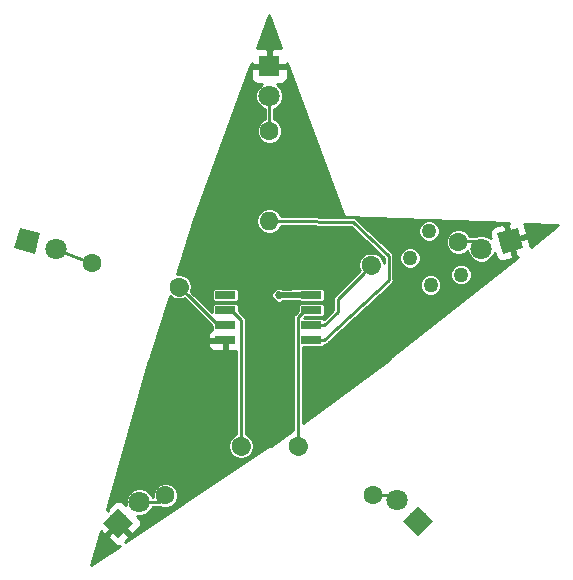
<source format=gbr>
G04 #@! TF.GenerationSoftware,KiCad,Pcbnew,5.0.0-4.fc30*
G04 #@! TF.CreationDate,2018-09-24T02:25:55-07:00*
G04 #@! TF.ProjectId,star,737461722E6B696361645F7063620000,rev?*
G04 #@! TF.SameCoordinates,Original*
G04 #@! TF.FileFunction,Copper,L1,Top,Signal*
G04 #@! TF.FilePolarity,Positive*
%FSLAX46Y46*%
G04 Gerber Fmt 4.6, Leading zero omitted, Abs format (unit mm)*
G04 Created by KiCad (PCBNEW 5.0.0-4.fc30) date Mon Sep 24 02:25:55 2018*
%MOMM*%
%LPD*%
G01*
G04 APERTURE LIST*
G04 #@! TA.AperFunction,ComponentPad*
%ADD10C,1.600000*%
G04 #@! TD*
G04 #@! TA.AperFunction,Conductor*
%ADD11C,1.600000*%
G04 #@! TD*
G04 #@! TA.AperFunction,ComponentPad*
%ADD12C,1.270000*%
G04 #@! TD*
G04 #@! TA.AperFunction,ComponentPad*
%ADD13R,1.800000X1.800000*%
G04 #@! TD*
G04 #@! TA.AperFunction,ComponentPad*
%ADD14C,1.800000*%
G04 #@! TD*
G04 #@! TA.AperFunction,Conductor*
%ADD15C,0.100000*%
G04 #@! TD*
G04 #@! TA.AperFunction,ComponentPad*
%ADD16O,1.600000X1.600000*%
G04 #@! TD*
G04 #@! TA.AperFunction,SMDPad,CuDef*
%ADD17R,1.700000X0.650000*%
G04 #@! TD*
G04 #@! TA.AperFunction,ViaPad*
%ADD18C,0.685800*%
G04 #@! TD*
G04 #@! TA.AperFunction,Conductor*
%ADD19C,0.508000*%
G04 #@! TD*
G04 #@! TA.AperFunction,Conductor*
%ADD20C,0.254000*%
G04 #@! TD*
G04 APERTURE END LIST*
D10*
G04 #@! TO.P,R2,1*
G04 #@! TO.N,Net-(D2-Pad2)*
X134300000Y-74000000D03*
G04 #@! TO.P,R2,2*
G04 #@! TO.N,/LED2*
X126939645Y-75972201D03*
D11*
G04 #@! TD*
G04 #@! TO.N,/LED2*
G04 #@! TO.C,R2*
X126939645Y-75972201D02*
X126939645Y-75972201D01*
D12*
G04 #@! TO.P,,2*
G04 #@! TO.N,N/C*
X131828237Y-73050887D03*
G04 #@! TD*
G04 #@! TO.P,,1*
G04 #@! TO.N,N/C*
X130193449Y-75352653D03*
G04 #@! TD*
G04 #@! TO.P,,4*
G04 #@! TO.N,N/C*
X134540922Y-76761367D03*
G04 #@! TD*
G04 #@! TO.P,,5*
G04 #@! TO.N,N/C*
X131945173Y-77646239D03*
G04 #@! TD*
D13*
G04 #@! TO.P,D1,1*
G04 #@! TO.N,GND*
X118300000Y-59100000D03*
D14*
G04 #@! TO.P,D1,2*
G04 #@! TO.N,Net-(D1-Pad2)*
X118300000Y-61640000D03*
G04 #@! TD*
G04 #@! TO.P,D2,2*
G04 #@! TO.N,Net-(D2-Pad2)*
X136246548Y-74557400D03*
G04 #@! TO.P,D2,1*
G04 #@! TO.N,GND*
X138700000Y-73900000D03*
D15*
G04 #@! TD*
G04 #@! TO.N,GND*
G04 #@! TO.C,D2*
G36*
X139336396Y-72797730D02*
X139802270Y-74536396D01*
X138063604Y-75002270D01*
X137597730Y-73263604D01*
X139336396Y-72797730D01*
X139336396Y-72797730D01*
G37*
D14*
G04 #@! TO.P,D3,1*
G04 #@! TO.N,GND*
X130900000Y-97600000D03*
D15*
G04 #@! TD*
G04 #@! TO.N,GND*
G04 #@! TO.C,D3*
G36*
X132172792Y-97600000D02*
X130900000Y-98872792D01*
X129627208Y-97600000D01*
X130900000Y-96327208D01*
X132172792Y-97600000D01*
X132172792Y-97600000D01*
G37*
D14*
G04 #@! TO.P,D3,2*
G04 #@! TO.N,Net-(D3-Pad2)*
X129103949Y-95803949D03*
G04 #@! TD*
G04 #@! TO.P,D4,2*
G04 #@! TO.N,Net-(D4-Pad2)*
X107300000Y-96000000D03*
G04 #@! TO.P,D4,1*
G04 #@! TO.N,GND*
X105503949Y-97796051D03*
D15*
G04 #@! TD*
G04 #@! TO.N,GND*
G04 #@! TO.C,D4*
G36*
X105503949Y-99068843D02*
X104231157Y-97796051D01*
X105503949Y-96523259D01*
X106776741Y-97796051D01*
X105503949Y-99068843D01*
X105503949Y-99068843D01*
G37*
D14*
G04 #@! TO.P,D5,1*
G04 #@! TO.N,GND*
X97800000Y-73900000D03*
D15*
G04 #@! TD*
G04 #@! TO.N,GND*
G04 #@! TO.C,D5*
G36*
X96697730Y-74536396D02*
X97163604Y-72797730D01*
X98902270Y-73263604D01*
X98436396Y-75002270D01*
X96697730Y-74536396D01*
X96697730Y-74536396D01*
G37*
D14*
G04 #@! TO.P,D5,2*
G04 #@! TO.N,Net-(D5-Pad2)*
X100253452Y-74557400D03*
G04 #@! TD*
D10*
G04 #@! TO.P,R1,1*
G04 #@! TO.N,Net-(D1-Pad2)*
X118300000Y-64600000D03*
D16*
G04 #@! TO.P,R1,2*
G04 #@! TO.N,/LED1*
X118300000Y-72220000D03*
G04 #@! TD*
D17*
G04 #@! TO.P,U1,1*
G04 #@! TO.N,/NC*
X114550000Y-78495000D03*
G04 #@! TO.P,U1,2*
G04 #@! TO.N,/LED4*
X114550000Y-79765000D03*
G04 #@! TO.P,U1,3*
G04 #@! TO.N,/LED5*
X114550000Y-81035000D03*
G04 #@! TO.P,U1,4*
G04 #@! TO.N,GND*
X114550000Y-82305000D03*
G04 #@! TO.P,U1,5*
G04 #@! TO.N,/LED1*
X121850000Y-82305000D03*
G04 #@! TO.P,U1,6*
G04 #@! TO.N,/LED2*
X121850000Y-81035000D03*
G04 #@! TO.P,U1,7*
G04 #@! TO.N,/LED3*
X121850000Y-79765000D03*
G04 #@! TO.P,U1,8*
G04 #@! TO.N,/VCC*
X121850000Y-78495000D03*
G04 #@! TD*
D10*
G04 #@! TO.P,R3,2*
G04 #@! TO.N,/LED3*
X120709331Y-91299850D03*
D11*
G04 #@! TD*
G04 #@! TO.N,/LED3*
G04 #@! TO.C,R3*
X120709331Y-91299850D02*
X120709331Y-91299850D01*
D10*
G04 #@! TO.P,R3,1*
G04 #@! TO.N,Net-(D3-Pad2)*
X127100000Y-95450000D03*
G04 #@! TD*
G04 #@! TO.P,R4,1*
G04 #@! TO.N,Net-(D4-Pad2)*
X109500000Y-95450000D03*
G04 #@! TO.P,R4,2*
G04 #@! TO.N,/LED4*
X115890670Y-91299851D03*
D11*
G04 #@! TD*
G04 #@! TO.N,/LED4*
G04 #@! TO.C,R4*
X115890670Y-91299851D02*
X115890670Y-91299851D01*
D10*
G04 #@! TO.P,R5,2*
G04 #@! TO.N,/LED5*
X110660355Y-77772201D03*
D11*
G04 #@! TD*
G04 #@! TO.N,/LED5*
G04 #@! TO.C,R5*
X110660355Y-77772201D02*
X110660355Y-77772201D01*
D10*
G04 #@! TO.P,R5,1*
G04 #@! TO.N,Net-(D5-Pad2)*
X103300000Y-75800000D03*
G04 #@! TD*
D18*
G04 #@! TO.N,GND*
X132550000Y-75200000D03*
X118300000Y-68150000D03*
X112800000Y-93350000D03*
G04 #@! TO.N,/VCC*
X119100000Y-78500000D03*
G04 #@! TD*
D19*
G04 #@! TO.N,/VCC*
X121650000Y-78450000D02*
X121850000Y-78495000D01*
X119100000Y-78500000D02*
X121650000Y-78450000D01*
D20*
G04 #@! TO.N,Net-(D1-Pad2)*
X118300000Y-63468630D02*
X118300000Y-61440000D01*
X118300000Y-64600000D02*
X118300000Y-63468630D01*
G04 #@! TO.N,Net-(D2-Pad2)*
X135589148Y-73900000D02*
X136246548Y-74557400D01*
X134300000Y-73900000D02*
X135589148Y-73900000D01*
G04 #@! TO.N,Net-(D3-Pad2)*
X128750000Y-95450000D02*
X129103949Y-95803949D01*
X127100000Y-95450000D02*
X128750000Y-95450000D01*
G04 #@! TO.N,Net-(D4-Pad2)*
X108950000Y-96000000D02*
X109500000Y-95450000D01*
X107300000Y-96000000D02*
X108950000Y-96000000D01*
G04 #@! TO.N,Net-(D5-Pad2)*
X101700000Y-75200000D02*
X99853452Y-74457400D01*
X103300000Y-75800000D02*
X101700000Y-75200000D01*
G04 #@! TO.N,/LED1*
X125400000Y-72300000D02*
X119431370Y-72220000D01*
X128400000Y-75150000D02*
X125400000Y-72300000D01*
X128400000Y-77200000D02*
X128400000Y-75150000D01*
X121850000Y-82305000D02*
X122954000Y-82305000D01*
X119431370Y-72220000D02*
X118300000Y-72220000D01*
X122954000Y-82305000D02*
X128400000Y-77200000D01*
G04 #@! TO.N,/LED2*
X121850000Y-81035000D02*
X122375000Y-81035000D01*
X126139646Y-76772200D02*
X126939645Y-75972201D01*
X124077699Y-78834147D02*
X126139646Y-76772200D01*
X124077699Y-79911301D02*
X124077699Y-78834147D01*
X122954000Y-81035000D02*
X124077699Y-79911301D01*
X121850000Y-81035000D02*
X122954000Y-81035000D01*
G04 #@! TO.N,/LED3*
X121325000Y-79765000D02*
X121850000Y-79765000D01*
X120709331Y-91299850D02*
X120709331Y-80380669D01*
X120709331Y-80380669D02*
X121325000Y-79765000D01*
G04 #@! TO.N,/LED4*
X115075000Y-79765000D02*
X114550000Y-79765000D01*
X115890670Y-80580670D02*
X115075000Y-79765000D01*
X115890670Y-91299851D02*
X115890670Y-80580670D01*
G04 #@! TO.N,/LED5*
X113923154Y-81035000D02*
X111460354Y-78572200D01*
X111460354Y-78572200D02*
X110660355Y-77772201D01*
X114550000Y-81035000D02*
X113923154Y-81035000D01*
G04 #@! TD*
G04 #@! TO.N,GND*
G36*
X119315360Y-57565000D02*
X118585750Y-57565000D01*
X118427000Y-57723750D01*
X118427000Y-58973000D01*
X119676250Y-58973000D01*
X119792272Y-58856978D01*
X124514925Y-71650888D01*
X124519309Y-71678431D01*
X124547160Y-71723801D01*
X124576847Y-71772225D01*
X124576917Y-71772276D01*
X124576959Y-71772344D01*
X124620660Y-71804044D01*
X124666011Y-71836980D01*
X124666092Y-71836999D01*
X124666160Y-71837049D01*
X124718875Y-71849662D01*
X124773168Y-71862686D01*
X124800723Y-71858316D01*
X138552906Y-72388068D01*
X138466473Y-72537775D01*
X138789803Y-73744457D01*
X139996485Y-73421128D01*
X140108739Y-73226699D01*
X139982450Y-72755385D01*
X139917068Y-72511373D01*
X139861121Y-72438462D01*
X142756405Y-72549992D01*
X140420937Y-74391838D01*
X140382942Y-74250041D01*
X140256654Y-73778726D01*
X140062225Y-73666473D01*
X138855543Y-73989803D01*
X139178872Y-75196485D01*
X139306908Y-75270407D01*
X128647129Y-83677147D01*
X128622286Y-83689829D01*
X128587604Y-83730501D01*
X128550863Y-83773535D01*
X128550836Y-83773618D01*
X128550784Y-83773679D01*
X128533891Y-83825802D01*
X128517371Y-83876680D01*
X121115731Y-89321156D01*
X121115731Y-82914873D01*
X122700000Y-82914873D01*
X122809016Y-82893188D01*
X122901436Y-82831436D01*
X122963188Y-82739016D01*
X122968044Y-82714604D01*
X122987400Y-82711400D01*
X122994023Y-82711400D01*
X123026859Y-82704869D01*
X123100120Y-82692742D01*
X123105895Y-82689148D01*
X123112569Y-82687820D01*
X123174334Y-82646550D01*
X123202735Y-82628872D01*
X123207563Y-82624346D01*
X123246997Y-82597997D01*
X123265980Y-82569587D01*
X128653569Y-77519342D01*
X128692997Y-77492997D01*
X128712135Y-77464354D01*
X131030773Y-77464354D01*
X131030773Y-77828124D01*
X131169982Y-78164205D01*
X131427207Y-78421430D01*
X131763288Y-78560639D01*
X132127058Y-78560639D01*
X132463139Y-78421430D01*
X132720364Y-78164205D01*
X132859573Y-77828124D01*
X132859573Y-77464354D01*
X132720364Y-77128273D01*
X132463139Y-76871048D01*
X132127058Y-76731839D01*
X131763288Y-76731839D01*
X131427207Y-76871048D01*
X131169982Y-77128273D01*
X131030773Y-77464354D01*
X128712135Y-77464354D01*
X128734257Y-77431248D01*
X128777497Y-77370853D01*
X128779039Y-77364228D01*
X128782820Y-77358569D01*
X128797314Y-77285700D01*
X128814144Y-77213385D01*
X128806400Y-77166600D01*
X128806400Y-76579482D01*
X133626522Y-76579482D01*
X133626522Y-76943252D01*
X133765731Y-77279333D01*
X134022956Y-77536558D01*
X134359037Y-77675767D01*
X134722807Y-77675767D01*
X135058888Y-77536558D01*
X135316113Y-77279333D01*
X135455322Y-76943252D01*
X135455322Y-76579482D01*
X135316113Y-76243401D01*
X135058888Y-75986176D01*
X134722807Y-75846967D01*
X134359037Y-75846967D01*
X134022956Y-75986176D01*
X133765731Y-76243401D01*
X133626522Y-76579482D01*
X128806400Y-76579482D01*
X128806400Y-75184760D01*
X128808811Y-75170768D01*
X129279049Y-75170768D01*
X129279049Y-75534538D01*
X129418258Y-75870619D01*
X129675483Y-76127844D01*
X130011564Y-76267053D01*
X130375334Y-76267053D01*
X130711415Y-76127844D01*
X130968640Y-75870619D01*
X131107849Y-75534538D01*
X131107849Y-75170768D01*
X130968640Y-74834687D01*
X130711415Y-74577462D01*
X130375334Y-74438253D01*
X130011564Y-74438253D01*
X129675483Y-74577462D01*
X129418258Y-74834687D01*
X129279049Y-75170768D01*
X128808811Y-75170768D01*
X128814223Y-75139378D01*
X128797582Y-75065646D01*
X128782820Y-74991431D01*
X128779818Y-74986939D01*
X128778629Y-74981669D01*
X128735001Y-74919865D01*
X128692997Y-74857003D01*
X128654704Y-74831416D01*
X126589004Y-72869002D01*
X130913837Y-72869002D01*
X130913837Y-73232772D01*
X131053046Y-73568853D01*
X131310271Y-73826078D01*
X131646352Y-73965287D01*
X132010122Y-73965287D01*
X132346203Y-73826078D01*
X132386987Y-73785294D01*
X133220600Y-73785294D01*
X133220600Y-74214706D01*
X133384929Y-74611431D01*
X133688569Y-74915071D01*
X134085294Y-75079400D01*
X134514706Y-75079400D01*
X134911431Y-74915071D01*
X135067148Y-74759354D01*
X135067148Y-74791997D01*
X135246701Y-75225477D01*
X135578471Y-75557247D01*
X136011951Y-75736800D01*
X136481145Y-75736800D01*
X136914625Y-75557247D01*
X137246395Y-75225477D01*
X137379748Y-74903535D01*
X137417550Y-75044615D01*
X137482932Y-75288627D01*
X137636717Y-75489042D01*
X137855492Y-75615351D01*
X138105949Y-75648324D01*
X138821274Y-75456654D01*
X138933527Y-75262225D01*
X138610197Y-74055543D01*
X138590879Y-74060719D01*
X138525138Y-73815373D01*
X138544457Y-73810197D01*
X138221128Y-72603515D01*
X138026699Y-72491261D01*
X137311374Y-72682932D01*
X137110959Y-72836717D01*
X136984649Y-73055491D01*
X136951675Y-73305948D01*
X137017058Y-73549959D01*
X137057330Y-73700258D01*
X136914625Y-73557553D01*
X136481145Y-73378000D01*
X136011951Y-73378000D01*
X135699226Y-73507535D01*
X135629171Y-73493600D01*
X135629166Y-73493600D01*
X135589148Y-73485640D01*
X135549130Y-73493600D01*
X135258576Y-73493600D01*
X135215071Y-73388569D01*
X134911431Y-73084929D01*
X134514706Y-72920600D01*
X134085294Y-72920600D01*
X133688569Y-73084929D01*
X133384929Y-73388569D01*
X133220600Y-73785294D01*
X132386987Y-73785294D01*
X132603428Y-73568853D01*
X132742637Y-73232772D01*
X132742637Y-72869002D01*
X132603428Y-72532921D01*
X132346203Y-72275696D01*
X132010122Y-72136487D01*
X131646352Y-72136487D01*
X131310271Y-72275696D01*
X131053046Y-72532921D01*
X130913837Y-72869002D01*
X126589004Y-72869002D01*
X125714740Y-72038452D01*
X125696897Y-72010957D01*
X125656692Y-71983306D01*
X125650891Y-71977795D01*
X125623745Y-71960647D01*
X125563685Y-71919340D01*
X125555649Y-71917629D01*
X125548704Y-71913242D01*
X125476869Y-71900858D01*
X125445465Y-71894173D01*
X125437467Y-71894066D01*
X125389379Y-71885776D01*
X125357405Y-71892993D01*
X119474093Y-71814137D01*
X119471393Y-71813600D01*
X119434028Y-71813600D01*
X119396798Y-71813101D01*
X119394101Y-71813600D01*
X119319708Y-71813600D01*
X119316772Y-71798839D01*
X119078204Y-71441796D01*
X118721161Y-71203228D01*
X118406308Y-71140600D01*
X118193692Y-71140600D01*
X117878839Y-71203228D01*
X117521796Y-71441796D01*
X117283228Y-71798839D01*
X117199454Y-72220000D01*
X117283228Y-72641161D01*
X117521796Y-72998204D01*
X117878839Y-73236772D01*
X118193692Y-73299400D01*
X118406308Y-73299400D01*
X118721161Y-73236772D01*
X119078204Y-72998204D01*
X119316772Y-72641161D01*
X119319708Y-72626400D01*
X119428655Y-72626400D01*
X125235452Y-72704230D01*
X127993601Y-75324473D01*
X127993601Y-75737975D01*
X127956417Y-75551040D01*
X127717849Y-75193997D01*
X127360806Y-74955429D01*
X127045953Y-74892801D01*
X126833337Y-74892801D01*
X126518484Y-74955429D01*
X126161441Y-75193997D01*
X125922873Y-75551040D01*
X125839099Y-75972201D01*
X125922873Y-76393362D01*
X125931235Y-76405876D01*
X125880581Y-76456530D01*
X125880578Y-76456532D01*
X123818632Y-78518479D01*
X123784703Y-78541150D01*
X123762032Y-78575079D01*
X123762031Y-78575080D01*
X123694880Y-78675578D01*
X123663339Y-78834147D01*
X123671300Y-78874170D01*
X123671299Y-79742965D01*
X122903144Y-80511121D01*
X122901436Y-80508564D01*
X122809016Y-80446812D01*
X122700000Y-80425127D01*
X121239608Y-80425127D01*
X121289862Y-80374873D01*
X122700000Y-80374873D01*
X122809016Y-80353188D01*
X122901436Y-80291436D01*
X122963188Y-80199016D01*
X122984873Y-80090000D01*
X122984873Y-79440000D01*
X122963188Y-79330984D01*
X122901436Y-79238564D01*
X122809016Y-79176812D01*
X122700000Y-79155127D01*
X121000000Y-79155127D01*
X120890984Y-79176812D01*
X120798564Y-79238564D01*
X120736812Y-79330984D01*
X120715127Y-79440000D01*
X120715127Y-79800138D01*
X120450263Y-80065001D01*
X120416335Y-80087672D01*
X120393664Y-80121601D01*
X120393663Y-80121602D01*
X120326512Y-80222100D01*
X120294971Y-80380669D01*
X120302932Y-80420692D01*
X120302931Y-89919032D01*
X118437094Y-91291499D01*
X118417220Y-91283285D01*
X118364977Y-91261657D01*
X118364889Y-91261657D01*
X118364816Y-91261627D01*
X118310563Y-91261668D01*
X118254781Y-91261679D01*
X118254706Y-91261710D01*
X118254619Y-91261710D01*
X118202877Y-91283189D01*
X118152980Y-91303868D01*
X118133260Y-91323596D01*
X106080302Y-99390516D01*
X106387302Y-99083516D01*
X106387302Y-98859009D01*
X105503949Y-97975656D01*
X104620596Y-98859009D01*
X104620596Y-99083516D01*
X105144251Y-99607171D01*
X105377640Y-99703843D01*
X105612153Y-99703843D01*
X103200247Y-101318107D01*
X104003833Y-98466753D01*
X104216484Y-98679404D01*
X104440991Y-98679404D01*
X105324344Y-97796051D01*
X105310202Y-97781909D01*
X105489807Y-97602304D01*
X105503949Y-97616446D01*
X105518092Y-97602304D01*
X105697697Y-97781909D01*
X105683554Y-97796051D01*
X106566907Y-98679404D01*
X106791414Y-98679404D01*
X107315068Y-98155750D01*
X107411741Y-97922361D01*
X107411741Y-97669742D01*
X107315069Y-97436353D01*
X107052963Y-97174247D01*
X107065403Y-97179400D01*
X107534597Y-97179400D01*
X107968077Y-96999847D01*
X108299847Y-96668077D01*
X108408237Y-96406400D01*
X108909982Y-96406400D01*
X108950000Y-96414360D01*
X108988888Y-96406625D01*
X109285294Y-96529400D01*
X109714706Y-96529400D01*
X110111431Y-96365071D01*
X110415071Y-96061431D01*
X110579400Y-95664706D01*
X110579400Y-95235294D01*
X110415071Y-94838569D01*
X110111431Y-94534929D01*
X109714706Y-94370600D01*
X109285294Y-94370600D01*
X108888569Y-94534929D01*
X108584929Y-94838569D01*
X108420600Y-95235294D01*
X108420600Y-95593600D01*
X108408237Y-95593600D01*
X108299847Y-95331923D01*
X107968077Y-95000153D01*
X107534597Y-94820600D01*
X107065403Y-94820600D01*
X106631923Y-95000153D01*
X106300153Y-95331923D01*
X106120600Y-95765403D01*
X106120600Y-96234597D01*
X106125753Y-96247037D01*
X105863647Y-95984931D01*
X105630258Y-95888259D01*
X105377639Y-95888259D01*
X105144250Y-95984932D01*
X104620596Y-96508586D01*
X104620596Y-96733090D01*
X104520606Y-96633100D01*
X108074511Y-84022828D01*
X108074657Y-84022540D01*
X108108481Y-84012734D01*
X108147171Y-83981773D01*
X108171067Y-83938363D01*
X108598088Y-82590750D01*
X113065000Y-82590750D01*
X113065000Y-82756310D01*
X113161673Y-82989699D01*
X113340302Y-83168327D01*
X113573691Y-83265000D01*
X114264250Y-83265000D01*
X114423000Y-83106250D01*
X114423000Y-82432000D01*
X113223750Y-82432000D01*
X113065000Y-82590750D01*
X108598088Y-82590750D01*
X109879581Y-78546559D01*
X109882151Y-78550405D01*
X110239194Y-78788973D01*
X110554047Y-78851601D01*
X110766663Y-78851601D01*
X111081516Y-78788973D01*
X111094030Y-78780612D01*
X111201286Y-78887868D01*
X111201289Y-78887870D01*
X113415127Y-81101709D01*
X113415127Y-81360000D01*
X113424441Y-81406822D01*
X113340302Y-81441673D01*
X113161673Y-81620301D01*
X113065000Y-81853690D01*
X113065000Y-82019250D01*
X113223750Y-82178000D01*
X114423000Y-82178000D01*
X114423000Y-82158000D01*
X114677000Y-82158000D01*
X114677000Y-82178000D01*
X114697000Y-82178000D01*
X114697000Y-82432000D01*
X114677000Y-82432000D01*
X114677000Y-83106250D01*
X114835750Y-83265000D01*
X115484271Y-83265000D01*
X115484270Y-90280143D01*
X115469509Y-90283079D01*
X115112466Y-90521647D01*
X114873898Y-90878690D01*
X114790124Y-91299851D01*
X114873898Y-91721012D01*
X115112466Y-92078055D01*
X115469509Y-92316623D01*
X115784362Y-92379251D01*
X115996978Y-92379251D01*
X116311831Y-92316623D01*
X116668874Y-92078055D01*
X116907442Y-91721012D01*
X116991216Y-91299851D01*
X116907442Y-90878690D01*
X116668874Y-90521647D01*
X116311831Y-90283079D01*
X116297070Y-90280143D01*
X116297070Y-80620689D01*
X116305030Y-80580670D01*
X116297070Y-80540650D01*
X116297070Y-80540647D01*
X116273490Y-80422101D01*
X116273490Y-80422100D01*
X116206339Y-80321602D01*
X116206336Y-80321599D01*
X116183667Y-80287673D01*
X116149741Y-80265004D01*
X115684873Y-79800137D01*
X115684873Y-79440000D01*
X115663188Y-79330984D01*
X115601436Y-79238564D01*
X115509016Y-79176812D01*
X115400000Y-79155127D01*
X113700000Y-79155127D01*
X113590984Y-79176812D01*
X113498564Y-79238564D01*
X113436812Y-79330984D01*
X113415127Y-79440000D01*
X113415127Y-79952237D01*
X111776024Y-78313135D01*
X111776022Y-78313132D01*
X111668766Y-78205876D01*
X111677127Y-78193362D01*
X111681773Y-78170000D01*
X113415127Y-78170000D01*
X113415127Y-78820000D01*
X113436812Y-78929016D01*
X113498564Y-79021436D01*
X113590984Y-79083188D01*
X113700000Y-79104873D01*
X115400000Y-79104873D01*
X115509016Y-79083188D01*
X115601436Y-79021436D01*
X115663188Y-78929016D01*
X115684873Y-78820000D01*
X115684873Y-78376217D01*
X118477700Y-78376217D01*
X118477700Y-78623783D01*
X118572439Y-78852505D01*
X118747495Y-79027561D01*
X118976217Y-79122300D01*
X119223783Y-79122300D01*
X119452505Y-79027561D01*
X119453495Y-79026571D01*
X120784556Y-79000471D01*
X120798564Y-79021436D01*
X120890984Y-79083188D01*
X121000000Y-79104873D01*
X122700000Y-79104873D01*
X122809016Y-79083188D01*
X122901436Y-79021436D01*
X122963188Y-78929016D01*
X122984873Y-78820000D01*
X122984873Y-78170000D01*
X122963188Y-78060984D01*
X122901436Y-77968564D01*
X122809016Y-77906812D01*
X122700000Y-77885127D01*
X121000000Y-77885127D01*
X120890984Y-77906812D01*
X120853102Y-77932123D01*
X119422878Y-77960167D01*
X119223783Y-77877700D01*
X118976217Y-77877700D01*
X118747495Y-77972439D01*
X118572439Y-78147495D01*
X118477700Y-78376217D01*
X115684873Y-78376217D01*
X115684873Y-78170000D01*
X115663188Y-78060984D01*
X115601436Y-77968564D01*
X115509016Y-77906812D01*
X115400000Y-77885127D01*
X113700000Y-77885127D01*
X113590984Y-77906812D01*
X113498564Y-77968564D01*
X113436812Y-78060984D01*
X113415127Y-78170000D01*
X111681773Y-78170000D01*
X111760901Y-77772201D01*
X111677127Y-77351040D01*
X111438559Y-76993997D01*
X111081516Y-76755429D01*
X110766663Y-76692801D01*
X110554047Y-76692801D01*
X110461129Y-76711283D01*
X112021067Y-71788363D01*
X112022278Y-71779608D01*
X112024021Y-71778341D01*
X112024063Y-71778273D01*
X112024134Y-71778221D01*
X112053717Y-71729861D01*
X112081582Y-71684372D01*
X112085940Y-71656823D01*
X116602279Y-59385750D01*
X116765000Y-59385750D01*
X116765000Y-60126309D01*
X116861673Y-60359698D01*
X117040301Y-60538327D01*
X117273690Y-60635000D01*
X117644363Y-60635000D01*
X117631923Y-60640153D01*
X117300153Y-60971923D01*
X117120600Y-61405403D01*
X117120600Y-61874597D01*
X117300153Y-62308077D01*
X117631923Y-62639847D01*
X117893600Y-62748237D01*
X117893600Y-63508652D01*
X117893601Y-63508657D01*
X117893601Y-63600002D01*
X117688569Y-63684929D01*
X117384929Y-63988569D01*
X117220600Y-64385294D01*
X117220600Y-64814706D01*
X117384929Y-65211431D01*
X117688569Y-65515071D01*
X118085294Y-65679400D01*
X118514706Y-65679400D01*
X118911431Y-65515071D01*
X119215071Y-65211431D01*
X119379400Y-64814706D01*
X119379400Y-64385294D01*
X119215071Y-63988569D01*
X118911431Y-63684929D01*
X118706400Y-63600002D01*
X118706400Y-62748237D01*
X118968077Y-62639847D01*
X119299847Y-62308077D01*
X119479400Y-61874597D01*
X119479400Y-61405403D01*
X119299847Y-60971923D01*
X118968077Y-60640153D01*
X118955637Y-60635000D01*
X119326310Y-60635000D01*
X119559699Y-60538327D01*
X119738327Y-60359698D01*
X119835000Y-60126309D01*
X119835000Y-59385750D01*
X119676250Y-59227000D01*
X118427000Y-59227000D01*
X118427000Y-59247000D01*
X118173000Y-59247000D01*
X118173000Y-59227000D01*
X116923750Y-59227000D01*
X116765000Y-59385750D01*
X116602279Y-59385750D01*
X116799808Y-58849058D01*
X116923750Y-58973000D01*
X118173000Y-58973000D01*
X118173000Y-57723750D01*
X118014250Y-57565000D01*
X117273690Y-57565000D01*
X117272172Y-57565629D01*
X118292378Y-54793689D01*
X119315360Y-57565000D01*
X119315360Y-57565000D01*
G37*
X119315360Y-57565000D02*
X118585750Y-57565000D01*
X118427000Y-57723750D01*
X118427000Y-58973000D01*
X119676250Y-58973000D01*
X119792272Y-58856978D01*
X124514925Y-71650888D01*
X124519309Y-71678431D01*
X124547160Y-71723801D01*
X124576847Y-71772225D01*
X124576917Y-71772276D01*
X124576959Y-71772344D01*
X124620660Y-71804044D01*
X124666011Y-71836980D01*
X124666092Y-71836999D01*
X124666160Y-71837049D01*
X124718875Y-71849662D01*
X124773168Y-71862686D01*
X124800723Y-71858316D01*
X138552906Y-72388068D01*
X138466473Y-72537775D01*
X138789803Y-73744457D01*
X139996485Y-73421128D01*
X140108739Y-73226699D01*
X139982450Y-72755385D01*
X139917068Y-72511373D01*
X139861121Y-72438462D01*
X142756405Y-72549992D01*
X140420937Y-74391838D01*
X140382942Y-74250041D01*
X140256654Y-73778726D01*
X140062225Y-73666473D01*
X138855543Y-73989803D01*
X139178872Y-75196485D01*
X139306908Y-75270407D01*
X128647129Y-83677147D01*
X128622286Y-83689829D01*
X128587604Y-83730501D01*
X128550863Y-83773535D01*
X128550836Y-83773618D01*
X128550784Y-83773679D01*
X128533891Y-83825802D01*
X128517371Y-83876680D01*
X121115731Y-89321156D01*
X121115731Y-82914873D01*
X122700000Y-82914873D01*
X122809016Y-82893188D01*
X122901436Y-82831436D01*
X122963188Y-82739016D01*
X122968044Y-82714604D01*
X122987400Y-82711400D01*
X122994023Y-82711400D01*
X123026859Y-82704869D01*
X123100120Y-82692742D01*
X123105895Y-82689148D01*
X123112569Y-82687820D01*
X123174334Y-82646550D01*
X123202735Y-82628872D01*
X123207563Y-82624346D01*
X123246997Y-82597997D01*
X123265980Y-82569587D01*
X128653569Y-77519342D01*
X128692997Y-77492997D01*
X128712135Y-77464354D01*
X131030773Y-77464354D01*
X131030773Y-77828124D01*
X131169982Y-78164205D01*
X131427207Y-78421430D01*
X131763288Y-78560639D01*
X132127058Y-78560639D01*
X132463139Y-78421430D01*
X132720364Y-78164205D01*
X132859573Y-77828124D01*
X132859573Y-77464354D01*
X132720364Y-77128273D01*
X132463139Y-76871048D01*
X132127058Y-76731839D01*
X131763288Y-76731839D01*
X131427207Y-76871048D01*
X131169982Y-77128273D01*
X131030773Y-77464354D01*
X128712135Y-77464354D01*
X128734257Y-77431248D01*
X128777497Y-77370853D01*
X128779039Y-77364228D01*
X128782820Y-77358569D01*
X128797314Y-77285700D01*
X128814144Y-77213385D01*
X128806400Y-77166600D01*
X128806400Y-76579482D01*
X133626522Y-76579482D01*
X133626522Y-76943252D01*
X133765731Y-77279333D01*
X134022956Y-77536558D01*
X134359037Y-77675767D01*
X134722807Y-77675767D01*
X135058888Y-77536558D01*
X135316113Y-77279333D01*
X135455322Y-76943252D01*
X135455322Y-76579482D01*
X135316113Y-76243401D01*
X135058888Y-75986176D01*
X134722807Y-75846967D01*
X134359037Y-75846967D01*
X134022956Y-75986176D01*
X133765731Y-76243401D01*
X133626522Y-76579482D01*
X128806400Y-76579482D01*
X128806400Y-75184760D01*
X128808811Y-75170768D01*
X129279049Y-75170768D01*
X129279049Y-75534538D01*
X129418258Y-75870619D01*
X129675483Y-76127844D01*
X130011564Y-76267053D01*
X130375334Y-76267053D01*
X130711415Y-76127844D01*
X130968640Y-75870619D01*
X131107849Y-75534538D01*
X131107849Y-75170768D01*
X130968640Y-74834687D01*
X130711415Y-74577462D01*
X130375334Y-74438253D01*
X130011564Y-74438253D01*
X129675483Y-74577462D01*
X129418258Y-74834687D01*
X129279049Y-75170768D01*
X128808811Y-75170768D01*
X128814223Y-75139378D01*
X128797582Y-75065646D01*
X128782820Y-74991431D01*
X128779818Y-74986939D01*
X128778629Y-74981669D01*
X128735001Y-74919865D01*
X128692997Y-74857003D01*
X128654704Y-74831416D01*
X126589004Y-72869002D01*
X130913837Y-72869002D01*
X130913837Y-73232772D01*
X131053046Y-73568853D01*
X131310271Y-73826078D01*
X131646352Y-73965287D01*
X132010122Y-73965287D01*
X132346203Y-73826078D01*
X132386987Y-73785294D01*
X133220600Y-73785294D01*
X133220600Y-74214706D01*
X133384929Y-74611431D01*
X133688569Y-74915071D01*
X134085294Y-75079400D01*
X134514706Y-75079400D01*
X134911431Y-74915071D01*
X135067148Y-74759354D01*
X135067148Y-74791997D01*
X135246701Y-75225477D01*
X135578471Y-75557247D01*
X136011951Y-75736800D01*
X136481145Y-75736800D01*
X136914625Y-75557247D01*
X137246395Y-75225477D01*
X137379748Y-74903535D01*
X137417550Y-75044615D01*
X137482932Y-75288627D01*
X137636717Y-75489042D01*
X137855492Y-75615351D01*
X138105949Y-75648324D01*
X138821274Y-75456654D01*
X138933527Y-75262225D01*
X138610197Y-74055543D01*
X138590879Y-74060719D01*
X138525138Y-73815373D01*
X138544457Y-73810197D01*
X138221128Y-72603515D01*
X138026699Y-72491261D01*
X137311374Y-72682932D01*
X137110959Y-72836717D01*
X136984649Y-73055491D01*
X136951675Y-73305948D01*
X137017058Y-73549959D01*
X137057330Y-73700258D01*
X136914625Y-73557553D01*
X136481145Y-73378000D01*
X136011951Y-73378000D01*
X135699226Y-73507535D01*
X135629171Y-73493600D01*
X135629166Y-73493600D01*
X135589148Y-73485640D01*
X135549130Y-73493600D01*
X135258576Y-73493600D01*
X135215071Y-73388569D01*
X134911431Y-73084929D01*
X134514706Y-72920600D01*
X134085294Y-72920600D01*
X133688569Y-73084929D01*
X133384929Y-73388569D01*
X133220600Y-73785294D01*
X132386987Y-73785294D01*
X132603428Y-73568853D01*
X132742637Y-73232772D01*
X132742637Y-72869002D01*
X132603428Y-72532921D01*
X132346203Y-72275696D01*
X132010122Y-72136487D01*
X131646352Y-72136487D01*
X131310271Y-72275696D01*
X131053046Y-72532921D01*
X130913837Y-72869002D01*
X126589004Y-72869002D01*
X125714740Y-72038452D01*
X125696897Y-72010957D01*
X125656692Y-71983306D01*
X125650891Y-71977795D01*
X125623745Y-71960647D01*
X125563685Y-71919340D01*
X125555649Y-71917629D01*
X125548704Y-71913242D01*
X125476869Y-71900858D01*
X125445465Y-71894173D01*
X125437467Y-71894066D01*
X125389379Y-71885776D01*
X125357405Y-71892993D01*
X119474093Y-71814137D01*
X119471393Y-71813600D01*
X119434028Y-71813600D01*
X119396798Y-71813101D01*
X119394101Y-71813600D01*
X119319708Y-71813600D01*
X119316772Y-71798839D01*
X119078204Y-71441796D01*
X118721161Y-71203228D01*
X118406308Y-71140600D01*
X118193692Y-71140600D01*
X117878839Y-71203228D01*
X117521796Y-71441796D01*
X117283228Y-71798839D01*
X117199454Y-72220000D01*
X117283228Y-72641161D01*
X117521796Y-72998204D01*
X117878839Y-73236772D01*
X118193692Y-73299400D01*
X118406308Y-73299400D01*
X118721161Y-73236772D01*
X119078204Y-72998204D01*
X119316772Y-72641161D01*
X119319708Y-72626400D01*
X119428655Y-72626400D01*
X125235452Y-72704230D01*
X127993601Y-75324473D01*
X127993601Y-75737975D01*
X127956417Y-75551040D01*
X127717849Y-75193997D01*
X127360806Y-74955429D01*
X127045953Y-74892801D01*
X126833337Y-74892801D01*
X126518484Y-74955429D01*
X126161441Y-75193997D01*
X125922873Y-75551040D01*
X125839099Y-75972201D01*
X125922873Y-76393362D01*
X125931235Y-76405876D01*
X125880581Y-76456530D01*
X125880578Y-76456532D01*
X123818632Y-78518479D01*
X123784703Y-78541150D01*
X123762032Y-78575079D01*
X123762031Y-78575080D01*
X123694880Y-78675578D01*
X123663339Y-78834147D01*
X123671300Y-78874170D01*
X123671299Y-79742965D01*
X122903144Y-80511121D01*
X122901436Y-80508564D01*
X122809016Y-80446812D01*
X122700000Y-80425127D01*
X121239608Y-80425127D01*
X121289862Y-80374873D01*
X122700000Y-80374873D01*
X122809016Y-80353188D01*
X122901436Y-80291436D01*
X122963188Y-80199016D01*
X122984873Y-80090000D01*
X122984873Y-79440000D01*
X122963188Y-79330984D01*
X122901436Y-79238564D01*
X122809016Y-79176812D01*
X122700000Y-79155127D01*
X121000000Y-79155127D01*
X120890984Y-79176812D01*
X120798564Y-79238564D01*
X120736812Y-79330984D01*
X120715127Y-79440000D01*
X120715127Y-79800138D01*
X120450263Y-80065001D01*
X120416335Y-80087672D01*
X120393664Y-80121601D01*
X120393663Y-80121602D01*
X120326512Y-80222100D01*
X120294971Y-80380669D01*
X120302932Y-80420692D01*
X120302931Y-89919032D01*
X118437094Y-91291499D01*
X118417220Y-91283285D01*
X118364977Y-91261657D01*
X118364889Y-91261657D01*
X118364816Y-91261627D01*
X118310563Y-91261668D01*
X118254781Y-91261679D01*
X118254706Y-91261710D01*
X118254619Y-91261710D01*
X118202877Y-91283189D01*
X118152980Y-91303868D01*
X118133260Y-91323596D01*
X106080302Y-99390516D01*
X106387302Y-99083516D01*
X106387302Y-98859009D01*
X105503949Y-97975656D01*
X104620596Y-98859009D01*
X104620596Y-99083516D01*
X105144251Y-99607171D01*
X105377640Y-99703843D01*
X105612153Y-99703843D01*
X103200247Y-101318107D01*
X104003833Y-98466753D01*
X104216484Y-98679404D01*
X104440991Y-98679404D01*
X105324344Y-97796051D01*
X105310202Y-97781909D01*
X105489807Y-97602304D01*
X105503949Y-97616446D01*
X105518092Y-97602304D01*
X105697697Y-97781909D01*
X105683554Y-97796051D01*
X106566907Y-98679404D01*
X106791414Y-98679404D01*
X107315068Y-98155750D01*
X107411741Y-97922361D01*
X107411741Y-97669742D01*
X107315069Y-97436353D01*
X107052963Y-97174247D01*
X107065403Y-97179400D01*
X107534597Y-97179400D01*
X107968077Y-96999847D01*
X108299847Y-96668077D01*
X108408237Y-96406400D01*
X108909982Y-96406400D01*
X108950000Y-96414360D01*
X108988888Y-96406625D01*
X109285294Y-96529400D01*
X109714706Y-96529400D01*
X110111431Y-96365071D01*
X110415071Y-96061431D01*
X110579400Y-95664706D01*
X110579400Y-95235294D01*
X110415071Y-94838569D01*
X110111431Y-94534929D01*
X109714706Y-94370600D01*
X109285294Y-94370600D01*
X108888569Y-94534929D01*
X108584929Y-94838569D01*
X108420600Y-95235294D01*
X108420600Y-95593600D01*
X108408237Y-95593600D01*
X108299847Y-95331923D01*
X107968077Y-95000153D01*
X107534597Y-94820600D01*
X107065403Y-94820600D01*
X106631923Y-95000153D01*
X106300153Y-95331923D01*
X106120600Y-95765403D01*
X106120600Y-96234597D01*
X106125753Y-96247037D01*
X105863647Y-95984931D01*
X105630258Y-95888259D01*
X105377639Y-95888259D01*
X105144250Y-95984932D01*
X104620596Y-96508586D01*
X104620596Y-96733090D01*
X104520606Y-96633100D01*
X108074511Y-84022828D01*
X108074657Y-84022540D01*
X108108481Y-84012734D01*
X108147171Y-83981773D01*
X108171067Y-83938363D01*
X108598088Y-82590750D01*
X113065000Y-82590750D01*
X113065000Y-82756310D01*
X113161673Y-82989699D01*
X113340302Y-83168327D01*
X113573691Y-83265000D01*
X114264250Y-83265000D01*
X114423000Y-83106250D01*
X114423000Y-82432000D01*
X113223750Y-82432000D01*
X113065000Y-82590750D01*
X108598088Y-82590750D01*
X109879581Y-78546559D01*
X109882151Y-78550405D01*
X110239194Y-78788973D01*
X110554047Y-78851601D01*
X110766663Y-78851601D01*
X111081516Y-78788973D01*
X111094030Y-78780612D01*
X111201286Y-78887868D01*
X111201289Y-78887870D01*
X113415127Y-81101709D01*
X113415127Y-81360000D01*
X113424441Y-81406822D01*
X113340302Y-81441673D01*
X113161673Y-81620301D01*
X113065000Y-81853690D01*
X113065000Y-82019250D01*
X113223750Y-82178000D01*
X114423000Y-82178000D01*
X114423000Y-82158000D01*
X114677000Y-82158000D01*
X114677000Y-82178000D01*
X114697000Y-82178000D01*
X114697000Y-82432000D01*
X114677000Y-82432000D01*
X114677000Y-83106250D01*
X114835750Y-83265000D01*
X115484271Y-83265000D01*
X115484270Y-90280143D01*
X115469509Y-90283079D01*
X115112466Y-90521647D01*
X114873898Y-90878690D01*
X114790124Y-91299851D01*
X114873898Y-91721012D01*
X115112466Y-92078055D01*
X115469509Y-92316623D01*
X115784362Y-92379251D01*
X115996978Y-92379251D01*
X116311831Y-92316623D01*
X116668874Y-92078055D01*
X116907442Y-91721012D01*
X116991216Y-91299851D01*
X116907442Y-90878690D01*
X116668874Y-90521647D01*
X116311831Y-90283079D01*
X116297070Y-90280143D01*
X116297070Y-80620689D01*
X116305030Y-80580670D01*
X116297070Y-80540650D01*
X116297070Y-80540647D01*
X116273490Y-80422101D01*
X116273490Y-80422100D01*
X116206339Y-80321602D01*
X116206336Y-80321599D01*
X116183667Y-80287673D01*
X116149741Y-80265004D01*
X115684873Y-79800137D01*
X115684873Y-79440000D01*
X115663188Y-79330984D01*
X115601436Y-79238564D01*
X115509016Y-79176812D01*
X115400000Y-79155127D01*
X113700000Y-79155127D01*
X113590984Y-79176812D01*
X113498564Y-79238564D01*
X113436812Y-79330984D01*
X113415127Y-79440000D01*
X113415127Y-79952237D01*
X111776024Y-78313135D01*
X111776022Y-78313132D01*
X111668766Y-78205876D01*
X111677127Y-78193362D01*
X111681773Y-78170000D01*
X113415127Y-78170000D01*
X113415127Y-78820000D01*
X113436812Y-78929016D01*
X113498564Y-79021436D01*
X113590984Y-79083188D01*
X113700000Y-79104873D01*
X115400000Y-79104873D01*
X115509016Y-79083188D01*
X115601436Y-79021436D01*
X115663188Y-78929016D01*
X115684873Y-78820000D01*
X115684873Y-78376217D01*
X118477700Y-78376217D01*
X118477700Y-78623783D01*
X118572439Y-78852505D01*
X118747495Y-79027561D01*
X118976217Y-79122300D01*
X119223783Y-79122300D01*
X119452505Y-79027561D01*
X119453495Y-79026571D01*
X120784556Y-79000471D01*
X120798564Y-79021436D01*
X120890984Y-79083188D01*
X121000000Y-79104873D01*
X122700000Y-79104873D01*
X122809016Y-79083188D01*
X122901436Y-79021436D01*
X122963188Y-78929016D01*
X122984873Y-78820000D01*
X122984873Y-78170000D01*
X122963188Y-78060984D01*
X122901436Y-77968564D01*
X122809016Y-77906812D01*
X122700000Y-77885127D01*
X121000000Y-77885127D01*
X120890984Y-77906812D01*
X120853102Y-77932123D01*
X119422878Y-77960167D01*
X119223783Y-77877700D01*
X118976217Y-77877700D01*
X118747495Y-77972439D01*
X118572439Y-78147495D01*
X118477700Y-78376217D01*
X115684873Y-78376217D01*
X115684873Y-78170000D01*
X115663188Y-78060984D01*
X115601436Y-77968564D01*
X115509016Y-77906812D01*
X115400000Y-77885127D01*
X113700000Y-77885127D01*
X113590984Y-77906812D01*
X113498564Y-77968564D01*
X113436812Y-78060984D01*
X113415127Y-78170000D01*
X111681773Y-78170000D01*
X111760901Y-77772201D01*
X111677127Y-77351040D01*
X111438559Y-76993997D01*
X111081516Y-76755429D01*
X110766663Y-76692801D01*
X110554047Y-76692801D01*
X110461129Y-76711283D01*
X112021067Y-71788363D01*
X112022278Y-71779608D01*
X112024021Y-71778341D01*
X112024063Y-71778273D01*
X112024134Y-71778221D01*
X112053717Y-71729861D01*
X112081582Y-71684372D01*
X112085940Y-71656823D01*
X116602279Y-59385750D01*
X116765000Y-59385750D01*
X116765000Y-60126309D01*
X116861673Y-60359698D01*
X117040301Y-60538327D01*
X117273690Y-60635000D01*
X117644363Y-60635000D01*
X117631923Y-60640153D01*
X117300153Y-60971923D01*
X117120600Y-61405403D01*
X117120600Y-61874597D01*
X117300153Y-62308077D01*
X117631923Y-62639847D01*
X117893600Y-62748237D01*
X117893600Y-63508652D01*
X117893601Y-63508657D01*
X117893601Y-63600002D01*
X117688569Y-63684929D01*
X117384929Y-63988569D01*
X117220600Y-64385294D01*
X117220600Y-64814706D01*
X117384929Y-65211431D01*
X117688569Y-65515071D01*
X118085294Y-65679400D01*
X118514706Y-65679400D01*
X118911431Y-65515071D01*
X119215071Y-65211431D01*
X119379400Y-64814706D01*
X119379400Y-64385294D01*
X119215071Y-63988569D01*
X118911431Y-63684929D01*
X118706400Y-63600002D01*
X118706400Y-62748237D01*
X118968077Y-62639847D01*
X119299847Y-62308077D01*
X119479400Y-61874597D01*
X119479400Y-61405403D01*
X119299847Y-60971923D01*
X118968077Y-60640153D01*
X118955637Y-60635000D01*
X119326310Y-60635000D01*
X119559699Y-60538327D01*
X119738327Y-60359698D01*
X119835000Y-60126309D01*
X119835000Y-59385750D01*
X119676250Y-59227000D01*
X118427000Y-59227000D01*
X118427000Y-59247000D01*
X118173000Y-59247000D01*
X118173000Y-59227000D01*
X116923750Y-59227000D01*
X116765000Y-59385750D01*
X116602279Y-59385750D01*
X116799808Y-58849058D01*
X116923750Y-58973000D01*
X118173000Y-58973000D01*
X118173000Y-57723750D01*
X118014250Y-57565000D01*
X117273690Y-57565000D01*
X117272172Y-57565629D01*
X118292378Y-54793689D01*
X119315360Y-57565000D01*
G04 #@! TD*
M02*

</source>
